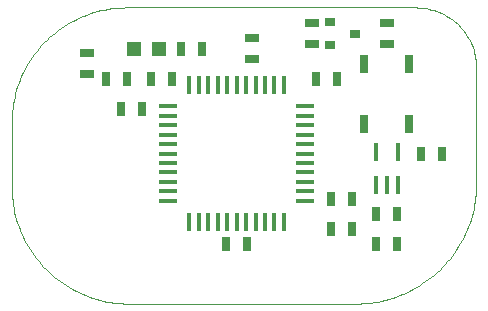
<source format=gtp>
G75*
%MOIN*%
%OFA0B0*%
%FSLAX24Y24*%
%IPPOS*%
%LPD*%
%AMOC8*
5,1,8,0,0,1.08239X$1,22.5*
%
%ADD10C,0.0000*%
%ADD11R,0.0315X0.0472*%
%ADD12R,0.0472X0.0315*%
%ADD13R,0.0157X0.0591*%
%ADD14R,0.0472X0.0472*%
%ADD15R,0.0354X0.0315*%
%ADD16R,0.0300X0.0600*%
%ADD17R,0.0591X0.0173*%
%ADD18R,0.0173X0.0591*%
D10*
X004045Y000140D02*
X011608Y000140D01*
X011732Y000142D01*
X011856Y000148D01*
X011979Y000157D01*
X012103Y000170D01*
X012225Y000188D01*
X012347Y000209D01*
X012469Y000233D01*
X012590Y000262D01*
X012709Y000294D01*
X012828Y000329D01*
X012945Y000369D01*
X013062Y000412D01*
X013176Y000458D01*
X013290Y000508D01*
X013402Y000562D01*
X013512Y000619D01*
X013620Y000679D01*
X013726Y000743D01*
X013831Y000810D01*
X013933Y000880D01*
X014033Y000953D01*
X014131Y001029D01*
X014226Y001108D01*
X014319Y001190D01*
X014409Y001275D01*
X014497Y001363D01*
X014582Y001453D01*
X014664Y001546D01*
X014743Y001641D01*
X014819Y001739D01*
X014892Y001839D01*
X014962Y001941D01*
X015029Y002046D01*
X015093Y002152D01*
X015153Y002260D01*
X015210Y002370D01*
X015264Y002482D01*
X015314Y002596D01*
X015360Y002710D01*
X015403Y002827D01*
X015443Y002944D01*
X015478Y003063D01*
X015510Y003182D01*
X015539Y003303D01*
X015563Y003425D01*
X015584Y003547D01*
X015602Y003669D01*
X015615Y003793D01*
X015624Y003916D01*
X015630Y004040D01*
X015632Y004164D01*
X015632Y007984D01*
X015630Y008072D01*
X015624Y008161D01*
X015615Y008248D01*
X015601Y008336D01*
X015584Y008423D01*
X015563Y008508D01*
X015538Y008593D01*
X015510Y008677D01*
X015478Y008759D01*
X015442Y008840D01*
X015403Y008920D01*
X015361Y008997D01*
X015315Y009073D01*
X015266Y009146D01*
X015213Y009217D01*
X015158Y009286D01*
X015100Y009353D01*
X015039Y009417D01*
X014975Y009478D01*
X014908Y009536D01*
X014839Y009591D01*
X014768Y009644D01*
X014695Y009693D01*
X014619Y009739D01*
X014542Y009781D01*
X014462Y009820D01*
X014381Y009856D01*
X014299Y009888D01*
X014215Y009916D01*
X014130Y009941D01*
X014045Y009962D01*
X013958Y009979D01*
X013870Y009993D01*
X013783Y010002D01*
X013694Y010008D01*
X013606Y010010D01*
X003963Y010010D01*
X003840Y010008D01*
X003718Y010002D01*
X003596Y009992D01*
X003474Y009979D01*
X003353Y009961D01*
X003232Y009940D01*
X003112Y009914D01*
X002993Y009885D01*
X002875Y009852D01*
X002758Y009815D01*
X002643Y009775D01*
X002528Y009731D01*
X002416Y009683D01*
X002304Y009631D01*
X002195Y009576D01*
X002087Y009518D01*
X001981Y009456D01*
X001877Y009391D01*
X001776Y009323D01*
X001676Y009251D01*
X001579Y009176D01*
X001485Y009098D01*
X001393Y009017D01*
X001303Y008933D01*
X001217Y008847D01*
X001133Y008757D01*
X001052Y008665D01*
X000974Y008571D01*
X000899Y008474D01*
X000827Y008374D01*
X000759Y008273D01*
X000694Y008169D01*
X000632Y008063D01*
X000574Y007955D01*
X000519Y007846D01*
X000467Y007734D01*
X000419Y007622D01*
X000375Y007507D01*
X000335Y007392D01*
X000298Y007275D01*
X000265Y007157D01*
X000236Y007038D01*
X000210Y006918D01*
X000189Y006797D01*
X000171Y006676D01*
X000158Y006554D01*
X000148Y006432D01*
X000142Y006310D01*
X000140Y006187D01*
X000140Y004045D01*
X000142Y003922D01*
X000148Y003800D01*
X000157Y003678D01*
X000171Y003556D01*
X000188Y003434D01*
X000209Y003313D01*
X000234Y003193D01*
X000263Y003074D01*
X000295Y002956D01*
X000331Y002838D01*
X000371Y002722D01*
X000414Y002607D01*
X000461Y002494D01*
X000512Y002382D01*
X000566Y002272D01*
X000623Y002164D01*
X000684Y002057D01*
X000748Y001953D01*
X000815Y001850D01*
X000886Y001750D01*
X000959Y001652D01*
X001036Y001556D01*
X001116Y001463D01*
X001198Y001372D01*
X001284Y001284D01*
X001372Y001198D01*
X001463Y001116D01*
X001556Y001036D01*
X001652Y000959D01*
X001750Y000886D01*
X001850Y000815D01*
X001953Y000748D01*
X002057Y000684D01*
X002164Y000623D01*
X002272Y000566D01*
X002382Y000512D01*
X002494Y000461D01*
X002607Y000414D01*
X002722Y000371D01*
X002838Y000331D01*
X002956Y000295D01*
X003074Y000263D01*
X003193Y000234D01*
X003313Y000209D01*
X003434Y000188D01*
X003556Y000171D01*
X003678Y000157D01*
X003800Y000148D01*
X003922Y000142D01*
X004045Y000140D01*
D11*
X007286Y002140D03*
X007994Y002140D03*
X010786Y002640D03*
X011494Y002640D03*
X012286Y002140D03*
X012994Y002140D03*
X012994Y003140D03*
X012286Y003140D03*
X011494Y003640D03*
X010786Y003640D03*
X013786Y005140D03*
X014494Y005140D03*
X010994Y007640D03*
X010286Y007640D03*
X006494Y008640D03*
X005786Y008640D03*
X005494Y007640D03*
X004786Y007640D03*
X003994Y007640D03*
X003286Y007640D03*
X003786Y006640D03*
X004494Y006640D03*
D12*
X002640Y007786D03*
X002640Y008494D03*
X008140Y008286D03*
X008140Y008994D03*
X010140Y008786D03*
X010140Y009494D03*
X012640Y009494D03*
X012640Y008786D03*
D13*
X012270Y005202D03*
X013018Y005202D03*
X013018Y004080D03*
X012644Y004080D03*
X012270Y004080D03*
D14*
X005053Y008640D03*
X004227Y008640D03*
D15*
X010746Y008766D03*
X011573Y009140D03*
X010746Y009514D03*
D16*
X011890Y008140D03*
X013390Y008140D03*
X013390Y006140D03*
X011890Y006140D03*
D17*
X009923Y006085D03*
X009923Y006400D03*
X009923Y006715D03*
X009923Y005770D03*
X009923Y005455D03*
X009923Y005140D03*
X009923Y004825D03*
X009923Y004510D03*
X009923Y004195D03*
X009923Y003880D03*
X009923Y003565D03*
X005357Y003565D03*
X005357Y003880D03*
X005357Y004195D03*
X005357Y004510D03*
X005357Y004825D03*
X005357Y005140D03*
X005357Y005455D03*
X005357Y005770D03*
X005357Y006085D03*
X005357Y006400D03*
X005357Y006715D03*
D18*
X006065Y007423D03*
X006380Y007423D03*
X006695Y007423D03*
X007010Y007423D03*
X007325Y007423D03*
X007640Y007423D03*
X007955Y007423D03*
X008270Y007423D03*
X008585Y007423D03*
X008900Y007423D03*
X009215Y007423D03*
X009215Y002857D03*
X008900Y002857D03*
X008585Y002857D03*
X008270Y002857D03*
X007955Y002857D03*
X007640Y002857D03*
X007325Y002857D03*
X007010Y002857D03*
X006695Y002857D03*
X006380Y002857D03*
X006065Y002857D03*
M02*

</source>
